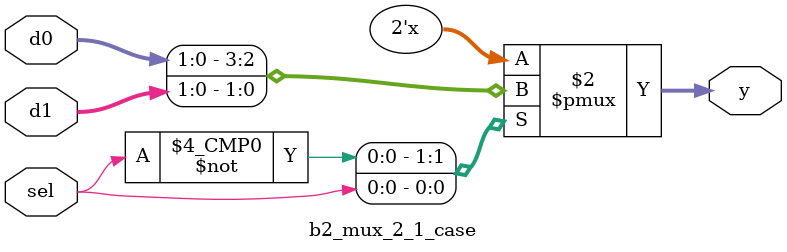
<source format=v>
module b2_mux_2_1_case
(
    input  [1:0] d0,
    input  [1:0] d1,
    input        sel,
    output reg [1:0] y
);
    always@(*)
    begin
        case (sel)
            0: y = d0;
            1: y = d1;
        endcase
    end

endmodule
</source>
